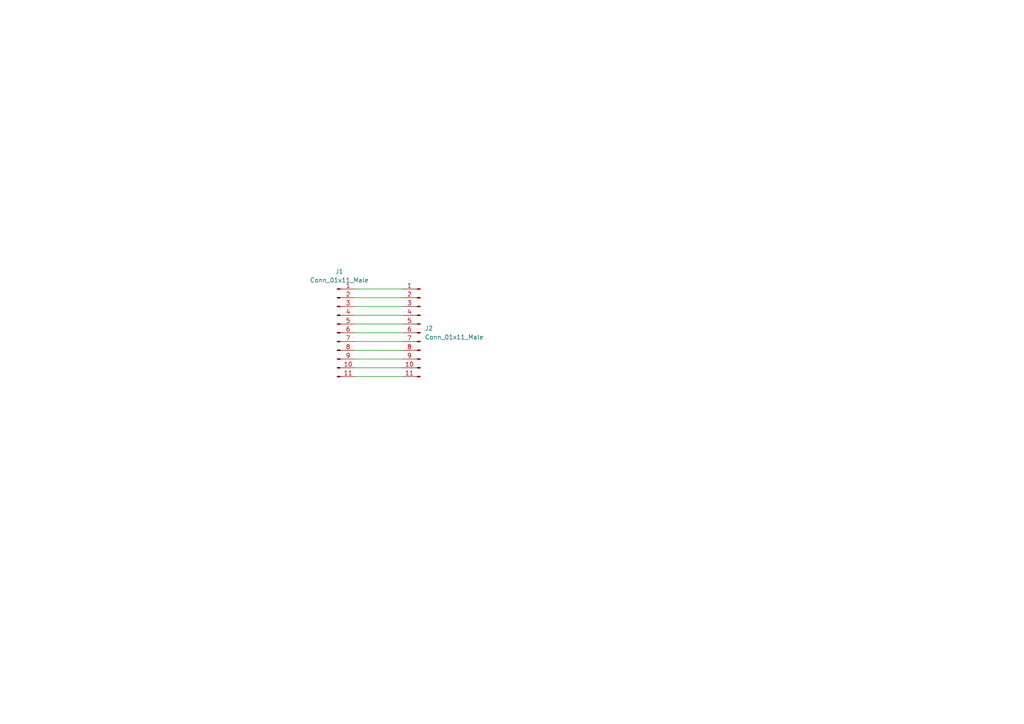
<source format=kicad_sch>
(kicad_sch (version 20211123) (generator eeschema)
  (paper "A4")
  (lib_symbols
    (symbol "Connector:Conn_01x11_Male" (pin_names (offset 1.016) hide)
      (property "Reference" "J" (at 0 15.24 0))
      (property "Value" "Conn_01x11_Male" (at 0 -15.24 0))
      (symbol "Conn_01x11_Male_1_1"
        (polyline (pts (xy 1.27 -12.7) (xy 0.8636 -12.7)) (stroke (width 0.1524)))
        (polyline (pts (xy 1.27 -10.16) (xy 0.8636 -10.16)) (stroke (width 0.1524)))
        (polyline (pts (xy 1.27 -7.62) (xy 0.8636 -7.62)) (stroke (width 0.1524)))
        (polyline (pts (xy 1.27 -5.08) (xy 0.8636 -5.08)) (stroke (width 0.1524)))
        (polyline (pts (xy 1.27 -2.54) (xy 0.8636 -2.54)) (stroke (width 0.1524)))
        (polyline (pts (xy 1.27 0) (xy 0.8636 0)) (stroke (width 0.1524)))
        (polyline (pts (xy 1.27 2.54) (xy 0.8636 2.54)) (stroke (width 0.1524)))
        (polyline (pts (xy 1.27 5.08) (xy 0.8636 5.08)) (stroke (width 0.1524)))
        (polyline (pts (xy 1.27 7.62) (xy 0.8636 7.62)) (stroke (width 0.1524)))
        (polyline (pts (xy 1.27 10.16) (xy 0.8636 10.16)) (stroke (width 0.1524)))
        (polyline (pts (xy 1.27 12.7) (xy 0.8636 12.7)) (stroke (width 0.1524)))
        (rectangle (start 0.8636 -12.573) (end 0 -12.827) (stroke (width 0.1524)) (fill (type outline)))
        (rectangle (start 0.8636 -10.033) (end 0 -10.287) (stroke (width 0.1524)) (fill (type outline)))
        (rectangle (start 0.8636 -7.493) (end 0 -7.747) (stroke (width 0.1524)) (fill (type outline)))
        (rectangle (start 0.8636 -4.953) (end 0 -5.207) (stroke (width 0.1524)) (fill (type outline)))
        (rectangle (start 0.8636 -2.413) (end 0 -2.667) (stroke (width 0.1524)) (fill (type outline)))
        (rectangle (start 0.8636 0.127) (end 0 -0.127) (stroke (width 0.1524)) (fill (type outline)))
        (rectangle (start 0.8636 2.667) (end 0 2.413) (stroke (width 0.1524)) (fill (type outline)))
        (rectangle (start 0.8636 5.207) (end 0 4.953) (stroke (width 0.1524)) (fill (type outline)))
        (rectangle (start 0.8636 7.747) (end 0 7.493) (stroke (width 0.1524)) (fill (type outline)))
        (rectangle (start 0.8636 10.287) (end 0 10.033) (stroke (width 0.1524)) (fill (type outline)))
        (rectangle (start 0.8636 12.827) (end 0 12.573) (stroke (width 0.1524)) (fill (type outline)))
        (pin passive line (at 5.08 12.7 180) (length 3.81) (name "Pin_1") (number "1"))
        (pin passive line (at 5.08 -10.16 180) (length 3.81) (name "Pin_10") (number "10"))
        (pin passive line (at 5.08 -12.7 180) (length 3.81) (name "Pin_11") (number "11"))
        (pin passive line (at 5.08 10.16 180) (length 3.81) (name "Pin_2") (number "2"))
        (pin passive line (at 5.08 7.62 180) (length 3.81) (name "Pin_3") (number "3"))
        (pin passive line (at 5.08 5.08 180) (length 3.81) (name "Pin_4") (number "4"))
        (pin passive line (at 5.08 2.54 180) (length 3.81) (name "Pin_5") (number "5"))
        (pin passive line (at 5.08 0 180) (length 3.81) (name "Pin_6") (number "6"))
        (pin passive line (at 5.08 -2.54 180) (length 3.81) (name "Pin_7") (number "7"))
        (pin passive line (at 5.08 -5.08 180) (length 3.81) (name "Pin_8") (number "8"))
        (pin passive line (at 5.08 -7.62 180) (length 3.81) (name "Pin_9") (number "9"))
      )
    )
  )
  (wire (pts (xy 116.84 101.6) (xy 102.87 101.6)))
  (wire (pts (xy 116.84 104.14) (xy 102.87 104.14)))
  (wire (pts (xy 116.84 99.06) (xy 102.87 99.06)))
  (wire (pts (xy 116.84 106.68) (xy 102.87 106.68)))
  (wire (pts (xy 116.84 86.36) (xy 102.87 86.36)))
  (wire (pts (xy 116.84 93.98) (xy 102.87 93.98)))
  (wire (pts (xy 116.84 109.22) (xy 102.87 109.22)))
  (wire (pts (xy 116.84 91.44) (xy 102.87 91.44)))
  (wire (pts (xy 116.84 83.82) (xy 102.87 83.82)))
  (wire (pts (xy 116.84 88.9) (xy 102.87 88.9)))
  (wire (pts (xy 116.84 96.52) (xy 102.87 96.52)))
  (symbol (lib_id "Connector:Conn_01x11_Male") (at 121.92 96.52 0) (mirror y) (unit 1)
    (property "Reference" "J2" (at 123.19 95.2499 0) (effects (justify right)))
    (property "Value" "Conn_01x11_Male" (at 123.19 97.7899 0) (effects (justify right)))
    (property "Footprint" "Connector_PinHeader_2.54mm:PinHeader_1x11_P2.54mm_Vertical" (effects hide))
  )
  (symbol (lib_id "Connector:Conn_01x11_Male") (at 97.79 96.52 0) (unit 1)
    (property "Reference" "J1" (at 98.425 78.74 0))
    (property "Value" "Conn_01x11_Male" (at 98.425 81.28 0))
    (property "Footprint" "Connector_PinHeader_2.54mm:PinHeader_1x11_P2.54mm_Vertical" (effects hide))
  )
)
</source>
